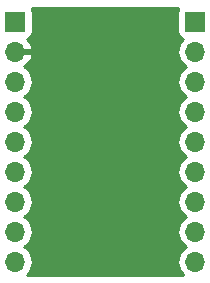
<source format=gbr>
G04 #@! TF.GenerationSoftware,KiCad,Pcbnew,(5.1.4-0)*
G04 #@! TF.CreationDate,2021-01-28T22:10:56-05:00*
G04 #@! TF.ProjectId,coral_breakout,636f7261-6c5f-4627-9265-616b6f75742e,rev?*
G04 #@! TF.SameCoordinates,Original*
G04 #@! TF.FileFunction,Copper,L2,Bot*
G04 #@! TF.FilePolarity,Positive*
%FSLAX46Y46*%
G04 Gerber Fmt 4.6, Leading zero omitted, Abs format (unit mm)*
G04 Created by KiCad (PCBNEW (5.1.4-0)) date 2021-01-28 22:10:56*
%MOMM*%
%LPD*%
G04 APERTURE LIST*
%ADD10R,1.700000X1.700000*%
%ADD11O,1.700000X1.700000*%
%ADD12C,0.254000*%
G04 APERTURE END LIST*
D10*
X147320000Y-86360000D03*
D11*
X147320000Y-88900000D03*
X147320000Y-91440000D03*
X147320000Y-93980000D03*
X147320000Y-96520000D03*
X147320000Y-99060000D03*
X147320000Y-101600000D03*
X147320000Y-104140000D03*
X147320000Y-106680000D03*
D10*
X132080000Y-86360000D03*
D11*
X132080000Y-88900000D03*
X132080000Y-91440000D03*
X132080000Y-93980000D03*
X132080000Y-96520000D03*
X132080000Y-99060000D03*
X132080000Y-101600000D03*
X132080000Y-104140000D03*
X132080000Y-106680000D03*
D12*
G36*
X145880498Y-85265820D02*
G01*
X145844188Y-85385518D01*
X145831928Y-85510000D01*
X145831928Y-87210000D01*
X145844188Y-87334482D01*
X145880498Y-87454180D01*
X145939463Y-87564494D01*
X146018815Y-87661185D01*
X146115506Y-87740537D01*
X146225820Y-87799502D01*
X146294687Y-87820393D01*
X146264866Y-87844866D01*
X146079294Y-88070986D01*
X145941401Y-88328966D01*
X145856487Y-88608889D01*
X145827815Y-88900000D01*
X145856487Y-89191111D01*
X145941401Y-89471034D01*
X146079294Y-89729014D01*
X146264866Y-89955134D01*
X146490986Y-90140706D01*
X146545791Y-90170000D01*
X146490986Y-90199294D01*
X146264866Y-90384866D01*
X146079294Y-90610986D01*
X145941401Y-90868966D01*
X145856487Y-91148889D01*
X145827815Y-91440000D01*
X145856487Y-91731111D01*
X145941401Y-92011034D01*
X146079294Y-92269014D01*
X146264866Y-92495134D01*
X146490986Y-92680706D01*
X146545791Y-92710000D01*
X146490986Y-92739294D01*
X146264866Y-92924866D01*
X146079294Y-93150986D01*
X145941401Y-93408966D01*
X145856487Y-93688889D01*
X145827815Y-93980000D01*
X145856487Y-94271111D01*
X145941401Y-94551034D01*
X146079294Y-94809014D01*
X146264866Y-95035134D01*
X146490986Y-95220706D01*
X146545791Y-95250000D01*
X146490986Y-95279294D01*
X146264866Y-95464866D01*
X146079294Y-95690986D01*
X145941401Y-95948966D01*
X145856487Y-96228889D01*
X145827815Y-96520000D01*
X145856487Y-96811111D01*
X145941401Y-97091034D01*
X146079294Y-97349014D01*
X146264866Y-97575134D01*
X146490986Y-97760706D01*
X146545791Y-97790000D01*
X146490986Y-97819294D01*
X146264866Y-98004866D01*
X146079294Y-98230986D01*
X145941401Y-98488966D01*
X145856487Y-98768889D01*
X145827815Y-99060000D01*
X145856487Y-99351111D01*
X145941401Y-99631034D01*
X146079294Y-99889014D01*
X146264866Y-100115134D01*
X146490986Y-100300706D01*
X146545791Y-100330000D01*
X146490986Y-100359294D01*
X146264866Y-100544866D01*
X146079294Y-100770986D01*
X145941401Y-101028966D01*
X145856487Y-101308889D01*
X145827815Y-101600000D01*
X145856487Y-101891111D01*
X145941401Y-102171034D01*
X146079294Y-102429014D01*
X146264866Y-102655134D01*
X146490986Y-102840706D01*
X146545791Y-102870000D01*
X146490986Y-102899294D01*
X146264866Y-103084866D01*
X146079294Y-103310986D01*
X145941401Y-103568966D01*
X145856487Y-103848889D01*
X145827815Y-104140000D01*
X145856487Y-104431111D01*
X145941401Y-104711034D01*
X146079294Y-104969014D01*
X146264866Y-105195134D01*
X146490986Y-105380706D01*
X146545791Y-105410000D01*
X146490986Y-105439294D01*
X146264866Y-105624866D01*
X146079294Y-105850986D01*
X145941401Y-106108966D01*
X145856487Y-106388889D01*
X145827815Y-106680000D01*
X145856487Y-106971111D01*
X145941401Y-107251034D01*
X146079294Y-107509014D01*
X146264866Y-107735134D01*
X146341468Y-107798000D01*
X133058532Y-107798000D01*
X133135134Y-107735134D01*
X133320706Y-107509014D01*
X133458599Y-107251034D01*
X133543513Y-106971111D01*
X133572185Y-106680000D01*
X133543513Y-106388889D01*
X133458599Y-106108966D01*
X133320706Y-105850986D01*
X133135134Y-105624866D01*
X132909014Y-105439294D01*
X132854209Y-105410000D01*
X132909014Y-105380706D01*
X133135134Y-105195134D01*
X133320706Y-104969014D01*
X133458599Y-104711034D01*
X133543513Y-104431111D01*
X133572185Y-104140000D01*
X133543513Y-103848889D01*
X133458599Y-103568966D01*
X133320706Y-103310986D01*
X133135134Y-103084866D01*
X132909014Y-102899294D01*
X132854209Y-102870000D01*
X132909014Y-102840706D01*
X133135134Y-102655134D01*
X133320706Y-102429014D01*
X133458599Y-102171034D01*
X133543513Y-101891111D01*
X133572185Y-101600000D01*
X133543513Y-101308889D01*
X133458599Y-101028966D01*
X133320706Y-100770986D01*
X133135134Y-100544866D01*
X132909014Y-100359294D01*
X132854209Y-100330000D01*
X132909014Y-100300706D01*
X133135134Y-100115134D01*
X133320706Y-99889014D01*
X133458599Y-99631034D01*
X133543513Y-99351111D01*
X133572185Y-99060000D01*
X133543513Y-98768889D01*
X133458599Y-98488966D01*
X133320706Y-98230986D01*
X133135134Y-98004866D01*
X132909014Y-97819294D01*
X132854209Y-97790000D01*
X132909014Y-97760706D01*
X133135134Y-97575134D01*
X133320706Y-97349014D01*
X133458599Y-97091034D01*
X133543513Y-96811111D01*
X133572185Y-96520000D01*
X133543513Y-96228889D01*
X133458599Y-95948966D01*
X133320706Y-95690986D01*
X133135134Y-95464866D01*
X132909014Y-95279294D01*
X132854209Y-95250000D01*
X132909014Y-95220706D01*
X133135134Y-95035134D01*
X133320706Y-94809014D01*
X133458599Y-94551034D01*
X133543513Y-94271111D01*
X133572185Y-93980000D01*
X133543513Y-93688889D01*
X133458599Y-93408966D01*
X133320706Y-93150986D01*
X133135134Y-92924866D01*
X132909014Y-92739294D01*
X132854209Y-92710000D01*
X132909014Y-92680706D01*
X133135134Y-92495134D01*
X133320706Y-92269014D01*
X133458599Y-92011034D01*
X133543513Y-91731111D01*
X133572185Y-91440000D01*
X133543513Y-91148889D01*
X133458599Y-90868966D01*
X133320706Y-90610986D01*
X133135134Y-90384866D01*
X132909014Y-90199294D01*
X132844477Y-90164799D01*
X132961355Y-90095178D01*
X133177588Y-89900269D01*
X133351641Y-89666920D01*
X133476825Y-89404099D01*
X133521476Y-89256890D01*
X133400155Y-89027000D01*
X132207000Y-89027000D01*
X132207000Y-89047000D01*
X131953000Y-89047000D01*
X131953000Y-89027000D01*
X131933000Y-89027000D01*
X131933000Y-88773000D01*
X131953000Y-88773000D01*
X131953000Y-88753000D01*
X132207000Y-88753000D01*
X132207000Y-88773000D01*
X133400155Y-88773000D01*
X133521476Y-88543110D01*
X133476825Y-88395901D01*
X133351641Y-88133080D01*
X133177588Y-87899731D01*
X133093534Y-87823966D01*
X133174180Y-87799502D01*
X133284494Y-87740537D01*
X133381185Y-87661185D01*
X133460537Y-87564494D01*
X133519502Y-87454180D01*
X133555812Y-87334482D01*
X133568072Y-87210000D01*
X133568072Y-85510000D01*
X133555812Y-85385518D01*
X133519502Y-85265820D01*
X133506770Y-85242000D01*
X145893230Y-85242000D01*
X145880498Y-85265820D01*
X145880498Y-85265820D01*
G37*
X145880498Y-85265820D02*
X145844188Y-85385518D01*
X145831928Y-85510000D01*
X145831928Y-87210000D01*
X145844188Y-87334482D01*
X145880498Y-87454180D01*
X145939463Y-87564494D01*
X146018815Y-87661185D01*
X146115506Y-87740537D01*
X146225820Y-87799502D01*
X146294687Y-87820393D01*
X146264866Y-87844866D01*
X146079294Y-88070986D01*
X145941401Y-88328966D01*
X145856487Y-88608889D01*
X145827815Y-88900000D01*
X145856487Y-89191111D01*
X145941401Y-89471034D01*
X146079294Y-89729014D01*
X146264866Y-89955134D01*
X146490986Y-90140706D01*
X146545791Y-90170000D01*
X146490986Y-90199294D01*
X146264866Y-90384866D01*
X146079294Y-90610986D01*
X145941401Y-90868966D01*
X145856487Y-91148889D01*
X145827815Y-91440000D01*
X145856487Y-91731111D01*
X145941401Y-92011034D01*
X146079294Y-92269014D01*
X146264866Y-92495134D01*
X146490986Y-92680706D01*
X146545791Y-92710000D01*
X146490986Y-92739294D01*
X146264866Y-92924866D01*
X146079294Y-93150986D01*
X145941401Y-93408966D01*
X145856487Y-93688889D01*
X145827815Y-93980000D01*
X145856487Y-94271111D01*
X145941401Y-94551034D01*
X146079294Y-94809014D01*
X146264866Y-95035134D01*
X146490986Y-95220706D01*
X146545791Y-95250000D01*
X146490986Y-95279294D01*
X146264866Y-95464866D01*
X146079294Y-95690986D01*
X145941401Y-95948966D01*
X145856487Y-96228889D01*
X145827815Y-96520000D01*
X145856487Y-96811111D01*
X145941401Y-97091034D01*
X146079294Y-97349014D01*
X146264866Y-97575134D01*
X146490986Y-97760706D01*
X146545791Y-97790000D01*
X146490986Y-97819294D01*
X146264866Y-98004866D01*
X146079294Y-98230986D01*
X145941401Y-98488966D01*
X145856487Y-98768889D01*
X145827815Y-99060000D01*
X145856487Y-99351111D01*
X145941401Y-99631034D01*
X146079294Y-99889014D01*
X146264866Y-100115134D01*
X146490986Y-100300706D01*
X146545791Y-100330000D01*
X146490986Y-100359294D01*
X146264866Y-100544866D01*
X146079294Y-100770986D01*
X145941401Y-101028966D01*
X145856487Y-101308889D01*
X145827815Y-101600000D01*
X145856487Y-101891111D01*
X145941401Y-102171034D01*
X146079294Y-102429014D01*
X146264866Y-102655134D01*
X146490986Y-102840706D01*
X146545791Y-102870000D01*
X146490986Y-102899294D01*
X146264866Y-103084866D01*
X146079294Y-103310986D01*
X145941401Y-103568966D01*
X145856487Y-103848889D01*
X145827815Y-104140000D01*
X145856487Y-104431111D01*
X145941401Y-104711034D01*
X146079294Y-104969014D01*
X146264866Y-105195134D01*
X146490986Y-105380706D01*
X146545791Y-105410000D01*
X146490986Y-105439294D01*
X146264866Y-105624866D01*
X146079294Y-105850986D01*
X145941401Y-106108966D01*
X145856487Y-106388889D01*
X145827815Y-106680000D01*
X145856487Y-106971111D01*
X145941401Y-107251034D01*
X146079294Y-107509014D01*
X146264866Y-107735134D01*
X146341468Y-107798000D01*
X133058532Y-107798000D01*
X133135134Y-107735134D01*
X133320706Y-107509014D01*
X133458599Y-107251034D01*
X133543513Y-106971111D01*
X133572185Y-106680000D01*
X133543513Y-106388889D01*
X133458599Y-106108966D01*
X133320706Y-105850986D01*
X133135134Y-105624866D01*
X132909014Y-105439294D01*
X132854209Y-105410000D01*
X132909014Y-105380706D01*
X133135134Y-105195134D01*
X133320706Y-104969014D01*
X133458599Y-104711034D01*
X133543513Y-104431111D01*
X133572185Y-104140000D01*
X133543513Y-103848889D01*
X133458599Y-103568966D01*
X133320706Y-103310986D01*
X133135134Y-103084866D01*
X132909014Y-102899294D01*
X132854209Y-102870000D01*
X132909014Y-102840706D01*
X133135134Y-102655134D01*
X133320706Y-102429014D01*
X133458599Y-102171034D01*
X133543513Y-101891111D01*
X133572185Y-101600000D01*
X133543513Y-101308889D01*
X133458599Y-101028966D01*
X133320706Y-100770986D01*
X133135134Y-100544866D01*
X132909014Y-100359294D01*
X132854209Y-100330000D01*
X132909014Y-100300706D01*
X133135134Y-100115134D01*
X133320706Y-99889014D01*
X133458599Y-99631034D01*
X133543513Y-99351111D01*
X133572185Y-99060000D01*
X133543513Y-98768889D01*
X133458599Y-98488966D01*
X133320706Y-98230986D01*
X133135134Y-98004866D01*
X132909014Y-97819294D01*
X132854209Y-97790000D01*
X132909014Y-97760706D01*
X133135134Y-97575134D01*
X133320706Y-97349014D01*
X133458599Y-97091034D01*
X133543513Y-96811111D01*
X133572185Y-96520000D01*
X133543513Y-96228889D01*
X133458599Y-95948966D01*
X133320706Y-95690986D01*
X133135134Y-95464866D01*
X132909014Y-95279294D01*
X132854209Y-95250000D01*
X132909014Y-95220706D01*
X133135134Y-95035134D01*
X133320706Y-94809014D01*
X133458599Y-94551034D01*
X133543513Y-94271111D01*
X133572185Y-93980000D01*
X133543513Y-93688889D01*
X133458599Y-93408966D01*
X133320706Y-93150986D01*
X133135134Y-92924866D01*
X132909014Y-92739294D01*
X132854209Y-92710000D01*
X132909014Y-92680706D01*
X133135134Y-92495134D01*
X133320706Y-92269014D01*
X133458599Y-92011034D01*
X133543513Y-91731111D01*
X133572185Y-91440000D01*
X133543513Y-91148889D01*
X133458599Y-90868966D01*
X133320706Y-90610986D01*
X133135134Y-90384866D01*
X132909014Y-90199294D01*
X132844477Y-90164799D01*
X132961355Y-90095178D01*
X133177588Y-89900269D01*
X133351641Y-89666920D01*
X133476825Y-89404099D01*
X133521476Y-89256890D01*
X133400155Y-89027000D01*
X132207000Y-89027000D01*
X132207000Y-89047000D01*
X131953000Y-89047000D01*
X131953000Y-89027000D01*
X131933000Y-89027000D01*
X131933000Y-88773000D01*
X131953000Y-88773000D01*
X131953000Y-88753000D01*
X132207000Y-88753000D01*
X132207000Y-88773000D01*
X133400155Y-88773000D01*
X133521476Y-88543110D01*
X133476825Y-88395901D01*
X133351641Y-88133080D01*
X133177588Y-87899731D01*
X133093534Y-87823966D01*
X133174180Y-87799502D01*
X133284494Y-87740537D01*
X133381185Y-87661185D01*
X133460537Y-87564494D01*
X133519502Y-87454180D01*
X133555812Y-87334482D01*
X133568072Y-87210000D01*
X133568072Y-85510000D01*
X133555812Y-85385518D01*
X133519502Y-85265820D01*
X133506770Y-85242000D01*
X145893230Y-85242000D01*
X145880498Y-85265820D01*
M02*

</source>
